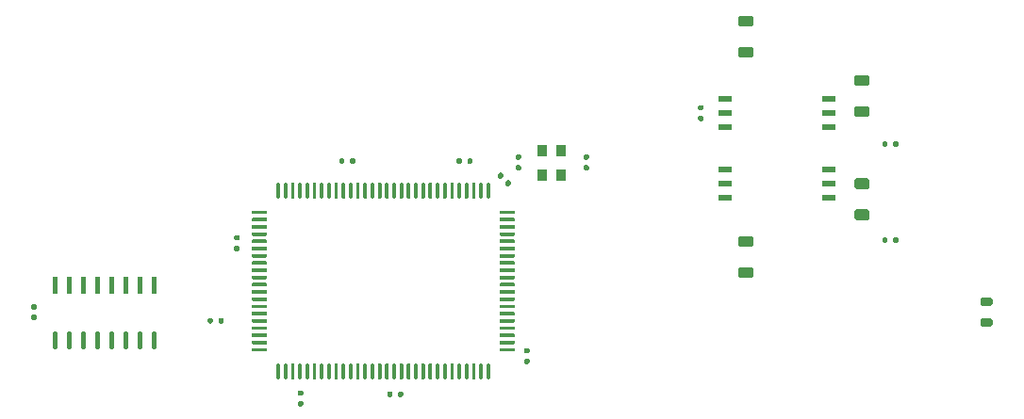
<source format=gtp>
%TF.GenerationSoftware,KiCad,Pcbnew,5.1.6*%
%TF.CreationDate,2020-08-16T22:16:08+02:00*%
%TF.ProjectId,RC2014-Ethernet,52433230-3134-42d4-9574-6865726e6574,rev?*%
%TF.SameCoordinates,Original*%
%TF.FileFunction,Paste,Top*%
%TF.FilePolarity,Positive*%
%FSLAX46Y46*%
G04 Gerber Fmt 4.6, Leading zero omitted, Abs format (unit mm)*
G04 Created by KiCad (PCBNEW 5.1.6) date 2020-08-16 22:16:08*
%MOMM*%
%LPD*%
G01*
G04 APERTURE LIST*
%ADD10R,1.200000X0.480000*%
%ADD11R,0.960000X1.120000*%
G04 APERTURE END LIST*
D10*
%TO.C,T1*%
X117426000Y-35055000D03*
X117426000Y-36325000D03*
X117426000Y-37595000D03*
X117426000Y-41405000D03*
X117426000Y-42675000D03*
X117426000Y-43945000D03*
X108126000Y-43945000D03*
X108126000Y-42675000D03*
X108126000Y-41405000D03*
X108126000Y-37595000D03*
X108126000Y-36325000D03*
X108126000Y-35055000D03*
%TD*%
%TO.C,FB3*%
G36*
G01*
X131207000Y-54776500D02*
X131937000Y-54776500D01*
G75*
G02*
X132132000Y-54971500I0J-195000D01*
G01*
X132132000Y-55361500D01*
G75*
G02*
X131937000Y-55556500I-195000J0D01*
G01*
X131207000Y-55556500D01*
G75*
G02*
X131012000Y-55361500I0J195000D01*
G01*
X131012000Y-54971500D01*
G75*
G02*
X131207000Y-54776500I195000J0D01*
G01*
G37*
G36*
G01*
X131207000Y-52901500D02*
X131937000Y-52901500D01*
G75*
G02*
X132132000Y-53096500I0J-195000D01*
G01*
X132132000Y-53486500D01*
G75*
G02*
X131937000Y-53681500I-195000J0D01*
G01*
X131207000Y-53681500D01*
G75*
G02*
X131012000Y-53486500I0J195000D01*
G01*
X131012000Y-53096500D01*
G75*
G02*
X131207000Y-52901500I195000J0D01*
G01*
G37*
%TD*%
%TO.C,U2*%
G36*
G01*
X48062500Y-52596000D02*
X47822500Y-52596000D01*
G75*
G02*
X47702500Y-52476000I0J120000D01*
G01*
X47702500Y-51156000D01*
G75*
G02*
X47822500Y-51036000I120000J0D01*
G01*
X48062500Y-51036000D01*
G75*
G02*
X48182500Y-51156000I0J-120000D01*
G01*
X48182500Y-52476000D01*
G75*
G02*
X48062500Y-52596000I-120000J0D01*
G01*
G37*
G36*
G01*
X49332500Y-52596000D02*
X49092500Y-52596000D01*
G75*
G02*
X48972500Y-52476000I0J120000D01*
G01*
X48972500Y-51156000D01*
G75*
G02*
X49092500Y-51036000I120000J0D01*
G01*
X49332500Y-51036000D01*
G75*
G02*
X49452500Y-51156000I0J-120000D01*
G01*
X49452500Y-52476000D01*
G75*
G02*
X49332500Y-52596000I-120000J0D01*
G01*
G37*
G36*
G01*
X50602500Y-52596000D02*
X50362500Y-52596000D01*
G75*
G02*
X50242500Y-52476000I0J120000D01*
G01*
X50242500Y-51156000D01*
G75*
G02*
X50362500Y-51036000I120000J0D01*
G01*
X50602500Y-51036000D01*
G75*
G02*
X50722500Y-51156000I0J-120000D01*
G01*
X50722500Y-52476000D01*
G75*
G02*
X50602500Y-52596000I-120000J0D01*
G01*
G37*
G36*
G01*
X51872500Y-52596000D02*
X51632500Y-52596000D01*
G75*
G02*
X51512500Y-52476000I0J120000D01*
G01*
X51512500Y-51156000D01*
G75*
G02*
X51632500Y-51036000I120000J0D01*
G01*
X51872500Y-51036000D01*
G75*
G02*
X51992500Y-51156000I0J-120000D01*
G01*
X51992500Y-52476000D01*
G75*
G02*
X51872500Y-52596000I-120000J0D01*
G01*
G37*
G36*
G01*
X53142500Y-52596000D02*
X52902500Y-52596000D01*
G75*
G02*
X52782500Y-52476000I0J120000D01*
G01*
X52782500Y-51156000D01*
G75*
G02*
X52902500Y-51036000I120000J0D01*
G01*
X53142500Y-51036000D01*
G75*
G02*
X53262500Y-51156000I0J-120000D01*
G01*
X53262500Y-52476000D01*
G75*
G02*
X53142500Y-52596000I-120000J0D01*
G01*
G37*
G36*
G01*
X54412500Y-52596000D02*
X54172500Y-52596000D01*
G75*
G02*
X54052500Y-52476000I0J120000D01*
G01*
X54052500Y-51156000D01*
G75*
G02*
X54172500Y-51036000I120000J0D01*
G01*
X54412500Y-51036000D01*
G75*
G02*
X54532500Y-51156000I0J-120000D01*
G01*
X54532500Y-52476000D01*
G75*
G02*
X54412500Y-52596000I-120000J0D01*
G01*
G37*
G36*
G01*
X55682500Y-52596000D02*
X55442500Y-52596000D01*
G75*
G02*
X55322500Y-52476000I0J120000D01*
G01*
X55322500Y-51156000D01*
G75*
G02*
X55442500Y-51036000I120000J0D01*
G01*
X55682500Y-51036000D01*
G75*
G02*
X55802500Y-51156000I0J-120000D01*
G01*
X55802500Y-52476000D01*
G75*
G02*
X55682500Y-52596000I-120000J0D01*
G01*
G37*
G36*
G01*
X56952500Y-52596000D02*
X56712500Y-52596000D01*
G75*
G02*
X56592500Y-52476000I0J120000D01*
G01*
X56592500Y-51156000D01*
G75*
G02*
X56712500Y-51036000I120000J0D01*
G01*
X56952500Y-51036000D01*
G75*
G02*
X57072500Y-51156000I0J-120000D01*
G01*
X57072500Y-52476000D01*
G75*
G02*
X56952500Y-52596000I-120000J0D01*
G01*
G37*
G36*
G01*
X56952500Y-57546000D02*
X56712500Y-57546000D01*
G75*
G02*
X56592500Y-57426000I0J120000D01*
G01*
X56592500Y-56106000D01*
G75*
G02*
X56712500Y-55986000I120000J0D01*
G01*
X56952500Y-55986000D01*
G75*
G02*
X57072500Y-56106000I0J-120000D01*
G01*
X57072500Y-57426000D01*
G75*
G02*
X56952500Y-57546000I-120000J0D01*
G01*
G37*
G36*
G01*
X55682500Y-57546000D02*
X55442500Y-57546000D01*
G75*
G02*
X55322500Y-57426000I0J120000D01*
G01*
X55322500Y-56106000D01*
G75*
G02*
X55442500Y-55986000I120000J0D01*
G01*
X55682500Y-55986000D01*
G75*
G02*
X55802500Y-56106000I0J-120000D01*
G01*
X55802500Y-57426000D01*
G75*
G02*
X55682500Y-57546000I-120000J0D01*
G01*
G37*
G36*
G01*
X54412500Y-57546000D02*
X54172500Y-57546000D01*
G75*
G02*
X54052500Y-57426000I0J120000D01*
G01*
X54052500Y-56106000D01*
G75*
G02*
X54172500Y-55986000I120000J0D01*
G01*
X54412500Y-55986000D01*
G75*
G02*
X54532500Y-56106000I0J-120000D01*
G01*
X54532500Y-57426000D01*
G75*
G02*
X54412500Y-57546000I-120000J0D01*
G01*
G37*
G36*
G01*
X53142500Y-57546000D02*
X52902500Y-57546000D01*
G75*
G02*
X52782500Y-57426000I0J120000D01*
G01*
X52782500Y-56106000D01*
G75*
G02*
X52902500Y-55986000I120000J0D01*
G01*
X53142500Y-55986000D01*
G75*
G02*
X53262500Y-56106000I0J-120000D01*
G01*
X53262500Y-57426000D01*
G75*
G02*
X53142500Y-57546000I-120000J0D01*
G01*
G37*
G36*
G01*
X51872500Y-57546000D02*
X51632500Y-57546000D01*
G75*
G02*
X51512500Y-57426000I0J120000D01*
G01*
X51512500Y-56106000D01*
G75*
G02*
X51632500Y-55986000I120000J0D01*
G01*
X51872500Y-55986000D01*
G75*
G02*
X51992500Y-56106000I0J-120000D01*
G01*
X51992500Y-57426000D01*
G75*
G02*
X51872500Y-57546000I-120000J0D01*
G01*
G37*
G36*
G01*
X50602500Y-57546000D02*
X50362500Y-57546000D01*
G75*
G02*
X50242500Y-57426000I0J120000D01*
G01*
X50242500Y-56106000D01*
G75*
G02*
X50362500Y-55986000I120000J0D01*
G01*
X50602500Y-55986000D01*
G75*
G02*
X50722500Y-56106000I0J-120000D01*
G01*
X50722500Y-57426000D01*
G75*
G02*
X50602500Y-57546000I-120000J0D01*
G01*
G37*
G36*
G01*
X49332500Y-57546000D02*
X49092500Y-57546000D01*
G75*
G02*
X48972500Y-57426000I0J120000D01*
G01*
X48972500Y-56106000D01*
G75*
G02*
X49092500Y-55986000I120000J0D01*
G01*
X49332500Y-55986000D01*
G75*
G02*
X49452500Y-56106000I0J-120000D01*
G01*
X49452500Y-57426000D01*
G75*
G02*
X49332500Y-57546000I-120000J0D01*
G01*
G37*
G36*
G01*
X48062500Y-57546000D02*
X47822500Y-57546000D01*
G75*
G02*
X47702500Y-57426000I0J120000D01*
G01*
X47702500Y-56106000D01*
G75*
G02*
X47822500Y-55986000I120000J0D01*
G01*
X48062500Y-55986000D01*
G75*
G02*
X48182500Y-56106000I0J-120000D01*
G01*
X48182500Y-57426000D01*
G75*
G02*
X48062500Y-57546000I-120000J0D01*
G01*
G37*
%TD*%
%TO.C,U1*%
G36*
G01*
X66901500Y-57770000D02*
X65661500Y-57770000D01*
G75*
G02*
X65581500Y-57690000I0J80000D01*
G01*
X65581500Y-57530000D01*
G75*
G02*
X65661500Y-57450000I80000J0D01*
G01*
X66901500Y-57450000D01*
G75*
G02*
X66981500Y-57530000I0J-80000D01*
G01*
X66981500Y-57690000D01*
G75*
G02*
X66901500Y-57770000I-80000J0D01*
G01*
G37*
G36*
G01*
X66901500Y-57120000D02*
X65661500Y-57120000D01*
G75*
G02*
X65581500Y-57040000I0J80000D01*
G01*
X65581500Y-56880000D01*
G75*
G02*
X65661500Y-56800000I80000J0D01*
G01*
X66901500Y-56800000D01*
G75*
G02*
X66981500Y-56880000I0J-80000D01*
G01*
X66981500Y-57040000D01*
G75*
G02*
X66901500Y-57120000I-80000J0D01*
G01*
G37*
G36*
G01*
X66901500Y-56470000D02*
X65661500Y-56470000D01*
G75*
G02*
X65581500Y-56390000I0J80000D01*
G01*
X65581500Y-56230000D01*
G75*
G02*
X65661500Y-56150000I80000J0D01*
G01*
X66901500Y-56150000D01*
G75*
G02*
X66981500Y-56230000I0J-80000D01*
G01*
X66981500Y-56390000D01*
G75*
G02*
X66901500Y-56470000I-80000J0D01*
G01*
G37*
G36*
G01*
X66901500Y-55820000D02*
X65661500Y-55820000D01*
G75*
G02*
X65581500Y-55740000I0J80000D01*
G01*
X65581500Y-55580000D01*
G75*
G02*
X65661500Y-55500000I80000J0D01*
G01*
X66901500Y-55500000D01*
G75*
G02*
X66981500Y-55580000I0J-80000D01*
G01*
X66981500Y-55740000D01*
G75*
G02*
X66901500Y-55820000I-80000J0D01*
G01*
G37*
G36*
G01*
X66901500Y-55170000D02*
X65661500Y-55170000D01*
G75*
G02*
X65581500Y-55090000I0J80000D01*
G01*
X65581500Y-54930000D01*
G75*
G02*
X65661500Y-54850000I80000J0D01*
G01*
X66901500Y-54850000D01*
G75*
G02*
X66981500Y-54930000I0J-80000D01*
G01*
X66981500Y-55090000D01*
G75*
G02*
X66901500Y-55170000I-80000J0D01*
G01*
G37*
G36*
G01*
X66901500Y-54520000D02*
X65661500Y-54520000D01*
G75*
G02*
X65581500Y-54440000I0J80000D01*
G01*
X65581500Y-54280000D01*
G75*
G02*
X65661500Y-54200000I80000J0D01*
G01*
X66901500Y-54200000D01*
G75*
G02*
X66981500Y-54280000I0J-80000D01*
G01*
X66981500Y-54440000D01*
G75*
G02*
X66901500Y-54520000I-80000J0D01*
G01*
G37*
G36*
G01*
X66901500Y-53870000D02*
X65661500Y-53870000D01*
G75*
G02*
X65581500Y-53790000I0J80000D01*
G01*
X65581500Y-53630000D01*
G75*
G02*
X65661500Y-53550000I80000J0D01*
G01*
X66901500Y-53550000D01*
G75*
G02*
X66981500Y-53630000I0J-80000D01*
G01*
X66981500Y-53790000D01*
G75*
G02*
X66901500Y-53870000I-80000J0D01*
G01*
G37*
G36*
G01*
X66901500Y-53220000D02*
X65661500Y-53220000D01*
G75*
G02*
X65581500Y-53140000I0J80000D01*
G01*
X65581500Y-52980000D01*
G75*
G02*
X65661500Y-52900000I80000J0D01*
G01*
X66901500Y-52900000D01*
G75*
G02*
X66981500Y-52980000I0J-80000D01*
G01*
X66981500Y-53140000D01*
G75*
G02*
X66901500Y-53220000I-80000J0D01*
G01*
G37*
G36*
G01*
X66901500Y-52570000D02*
X65661500Y-52570000D01*
G75*
G02*
X65581500Y-52490000I0J80000D01*
G01*
X65581500Y-52330000D01*
G75*
G02*
X65661500Y-52250000I80000J0D01*
G01*
X66901500Y-52250000D01*
G75*
G02*
X66981500Y-52330000I0J-80000D01*
G01*
X66981500Y-52490000D01*
G75*
G02*
X66901500Y-52570000I-80000J0D01*
G01*
G37*
G36*
G01*
X66901500Y-51920000D02*
X65661500Y-51920000D01*
G75*
G02*
X65581500Y-51840000I0J80000D01*
G01*
X65581500Y-51680000D01*
G75*
G02*
X65661500Y-51600000I80000J0D01*
G01*
X66901500Y-51600000D01*
G75*
G02*
X66981500Y-51680000I0J-80000D01*
G01*
X66981500Y-51840000D01*
G75*
G02*
X66901500Y-51920000I-80000J0D01*
G01*
G37*
G36*
G01*
X66901500Y-51270000D02*
X65661500Y-51270000D01*
G75*
G02*
X65581500Y-51190000I0J80000D01*
G01*
X65581500Y-51030000D01*
G75*
G02*
X65661500Y-50950000I80000J0D01*
G01*
X66901500Y-50950000D01*
G75*
G02*
X66981500Y-51030000I0J-80000D01*
G01*
X66981500Y-51190000D01*
G75*
G02*
X66901500Y-51270000I-80000J0D01*
G01*
G37*
G36*
G01*
X66901500Y-50620000D02*
X65661500Y-50620000D01*
G75*
G02*
X65581500Y-50540000I0J80000D01*
G01*
X65581500Y-50380000D01*
G75*
G02*
X65661500Y-50300000I80000J0D01*
G01*
X66901500Y-50300000D01*
G75*
G02*
X66981500Y-50380000I0J-80000D01*
G01*
X66981500Y-50540000D01*
G75*
G02*
X66901500Y-50620000I-80000J0D01*
G01*
G37*
G36*
G01*
X66901500Y-49970000D02*
X65661500Y-49970000D01*
G75*
G02*
X65581500Y-49890000I0J80000D01*
G01*
X65581500Y-49730000D01*
G75*
G02*
X65661500Y-49650000I80000J0D01*
G01*
X66901500Y-49650000D01*
G75*
G02*
X66981500Y-49730000I0J-80000D01*
G01*
X66981500Y-49890000D01*
G75*
G02*
X66901500Y-49970000I-80000J0D01*
G01*
G37*
G36*
G01*
X66901500Y-49320000D02*
X65661500Y-49320000D01*
G75*
G02*
X65581500Y-49240000I0J80000D01*
G01*
X65581500Y-49080000D01*
G75*
G02*
X65661500Y-49000000I80000J0D01*
G01*
X66901500Y-49000000D01*
G75*
G02*
X66981500Y-49080000I0J-80000D01*
G01*
X66981500Y-49240000D01*
G75*
G02*
X66901500Y-49320000I-80000J0D01*
G01*
G37*
G36*
G01*
X66901500Y-48670000D02*
X65661500Y-48670000D01*
G75*
G02*
X65581500Y-48590000I0J80000D01*
G01*
X65581500Y-48430000D01*
G75*
G02*
X65661500Y-48350000I80000J0D01*
G01*
X66901500Y-48350000D01*
G75*
G02*
X66981500Y-48430000I0J-80000D01*
G01*
X66981500Y-48590000D01*
G75*
G02*
X66901500Y-48670000I-80000J0D01*
G01*
G37*
G36*
G01*
X66901500Y-48020000D02*
X65661500Y-48020000D01*
G75*
G02*
X65581500Y-47940000I0J80000D01*
G01*
X65581500Y-47780000D01*
G75*
G02*
X65661500Y-47700000I80000J0D01*
G01*
X66901500Y-47700000D01*
G75*
G02*
X66981500Y-47780000I0J-80000D01*
G01*
X66981500Y-47940000D01*
G75*
G02*
X66901500Y-48020000I-80000J0D01*
G01*
G37*
G36*
G01*
X66901500Y-47370000D02*
X65661500Y-47370000D01*
G75*
G02*
X65581500Y-47290000I0J80000D01*
G01*
X65581500Y-47130000D01*
G75*
G02*
X65661500Y-47050000I80000J0D01*
G01*
X66901500Y-47050000D01*
G75*
G02*
X66981500Y-47130000I0J-80000D01*
G01*
X66981500Y-47290000D01*
G75*
G02*
X66901500Y-47370000I-80000J0D01*
G01*
G37*
G36*
G01*
X66901500Y-46720000D02*
X65661500Y-46720000D01*
G75*
G02*
X65581500Y-46640000I0J80000D01*
G01*
X65581500Y-46480000D01*
G75*
G02*
X65661500Y-46400000I80000J0D01*
G01*
X66901500Y-46400000D01*
G75*
G02*
X66981500Y-46480000I0J-80000D01*
G01*
X66981500Y-46640000D01*
G75*
G02*
X66901500Y-46720000I-80000J0D01*
G01*
G37*
G36*
G01*
X66901500Y-46070000D02*
X65661500Y-46070000D01*
G75*
G02*
X65581500Y-45990000I0J80000D01*
G01*
X65581500Y-45830000D01*
G75*
G02*
X65661500Y-45750000I80000J0D01*
G01*
X66901500Y-45750000D01*
G75*
G02*
X66981500Y-45830000I0J-80000D01*
G01*
X66981500Y-45990000D01*
G75*
G02*
X66901500Y-46070000I-80000J0D01*
G01*
G37*
G36*
G01*
X66901500Y-45420000D02*
X65661500Y-45420000D01*
G75*
G02*
X65581500Y-45340000I0J80000D01*
G01*
X65581500Y-45180000D01*
G75*
G02*
X65661500Y-45100000I80000J0D01*
G01*
X66901500Y-45100000D01*
G75*
G02*
X66981500Y-45180000I0J-80000D01*
G01*
X66981500Y-45340000D01*
G75*
G02*
X66901500Y-45420000I-80000J0D01*
G01*
G37*
G36*
G01*
X68061500Y-44010000D02*
X67901500Y-44010000D01*
G75*
G02*
X67821500Y-43930000I0J80000D01*
G01*
X67821500Y-42690000D01*
G75*
G02*
X67901500Y-42610000I80000J0D01*
G01*
X68061500Y-42610000D01*
G75*
G02*
X68141500Y-42690000I0J-80000D01*
G01*
X68141500Y-43930000D01*
G75*
G02*
X68061500Y-44010000I-80000J0D01*
G01*
G37*
G36*
G01*
X68711500Y-44010000D02*
X68551500Y-44010000D01*
G75*
G02*
X68471500Y-43930000I0J80000D01*
G01*
X68471500Y-42690000D01*
G75*
G02*
X68551500Y-42610000I80000J0D01*
G01*
X68711500Y-42610000D01*
G75*
G02*
X68791500Y-42690000I0J-80000D01*
G01*
X68791500Y-43930000D01*
G75*
G02*
X68711500Y-44010000I-80000J0D01*
G01*
G37*
G36*
G01*
X69361500Y-44010000D02*
X69201500Y-44010000D01*
G75*
G02*
X69121500Y-43930000I0J80000D01*
G01*
X69121500Y-42690000D01*
G75*
G02*
X69201500Y-42610000I80000J0D01*
G01*
X69361500Y-42610000D01*
G75*
G02*
X69441500Y-42690000I0J-80000D01*
G01*
X69441500Y-43930000D01*
G75*
G02*
X69361500Y-44010000I-80000J0D01*
G01*
G37*
G36*
G01*
X70011500Y-44010000D02*
X69851500Y-44010000D01*
G75*
G02*
X69771500Y-43930000I0J80000D01*
G01*
X69771500Y-42690000D01*
G75*
G02*
X69851500Y-42610000I80000J0D01*
G01*
X70011500Y-42610000D01*
G75*
G02*
X70091500Y-42690000I0J-80000D01*
G01*
X70091500Y-43930000D01*
G75*
G02*
X70011500Y-44010000I-80000J0D01*
G01*
G37*
G36*
G01*
X70661500Y-44010000D02*
X70501500Y-44010000D01*
G75*
G02*
X70421500Y-43930000I0J80000D01*
G01*
X70421500Y-42690000D01*
G75*
G02*
X70501500Y-42610000I80000J0D01*
G01*
X70661500Y-42610000D01*
G75*
G02*
X70741500Y-42690000I0J-80000D01*
G01*
X70741500Y-43930000D01*
G75*
G02*
X70661500Y-44010000I-80000J0D01*
G01*
G37*
G36*
G01*
X71311500Y-44010000D02*
X71151500Y-44010000D01*
G75*
G02*
X71071500Y-43930000I0J80000D01*
G01*
X71071500Y-42690000D01*
G75*
G02*
X71151500Y-42610000I80000J0D01*
G01*
X71311500Y-42610000D01*
G75*
G02*
X71391500Y-42690000I0J-80000D01*
G01*
X71391500Y-43930000D01*
G75*
G02*
X71311500Y-44010000I-80000J0D01*
G01*
G37*
G36*
G01*
X71961500Y-44010000D02*
X71801500Y-44010000D01*
G75*
G02*
X71721500Y-43930000I0J80000D01*
G01*
X71721500Y-42690000D01*
G75*
G02*
X71801500Y-42610000I80000J0D01*
G01*
X71961500Y-42610000D01*
G75*
G02*
X72041500Y-42690000I0J-80000D01*
G01*
X72041500Y-43930000D01*
G75*
G02*
X71961500Y-44010000I-80000J0D01*
G01*
G37*
G36*
G01*
X72611500Y-44010000D02*
X72451500Y-44010000D01*
G75*
G02*
X72371500Y-43930000I0J80000D01*
G01*
X72371500Y-42690000D01*
G75*
G02*
X72451500Y-42610000I80000J0D01*
G01*
X72611500Y-42610000D01*
G75*
G02*
X72691500Y-42690000I0J-80000D01*
G01*
X72691500Y-43930000D01*
G75*
G02*
X72611500Y-44010000I-80000J0D01*
G01*
G37*
G36*
G01*
X73261500Y-44010000D02*
X73101500Y-44010000D01*
G75*
G02*
X73021500Y-43930000I0J80000D01*
G01*
X73021500Y-42690000D01*
G75*
G02*
X73101500Y-42610000I80000J0D01*
G01*
X73261500Y-42610000D01*
G75*
G02*
X73341500Y-42690000I0J-80000D01*
G01*
X73341500Y-43930000D01*
G75*
G02*
X73261500Y-44010000I-80000J0D01*
G01*
G37*
G36*
G01*
X73911500Y-44010000D02*
X73751500Y-44010000D01*
G75*
G02*
X73671500Y-43930000I0J80000D01*
G01*
X73671500Y-42690000D01*
G75*
G02*
X73751500Y-42610000I80000J0D01*
G01*
X73911500Y-42610000D01*
G75*
G02*
X73991500Y-42690000I0J-80000D01*
G01*
X73991500Y-43930000D01*
G75*
G02*
X73911500Y-44010000I-80000J0D01*
G01*
G37*
G36*
G01*
X74561500Y-44010000D02*
X74401500Y-44010000D01*
G75*
G02*
X74321500Y-43930000I0J80000D01*
G01*
X74321500Y-42690000D01*
G75*
G02*
X74401500Y-42610000I80000J0D01*
G01*
X74561500Y-42610000D01*
G75*
G02*
X74641500Y-42690000I0J-80000D01*
G01*
X74641500Y-43930000D01*
G75*
G02*
X74561500Y-44010000I-80000J0D01*
G01*
G37*
G36*
G01*
X75211500Y-44010000D02*
X75051500Y-44010000D01*
G75*
G02*
X74971500Y-43930000I0J80000D01*
G01*
X74971500Y-42690000D01*
G75*
G02*
X75051500Y-42610000I80000J0D01*
G01*
X75211500Y-42610000D01*
G75*
G02*
X75291500Y-42690000I0J-80000D01*
G01*
X75291500Y-43930000D01*
G75*
G02*
X75211500Y-44010000I-80000J0D01*
G01*
G37*
G36*
G01*
X75861500Y-44010000D02*
X75701500Y-44010000D01*
G75*
G02*
X75621500Y-43930000I0J80000D01*
G01*
X75621500Y-42690000D01*
G75*
G02*
X75701500Y-42610000I80000J0D01*
G01*
X75861500Y-42610000D01*
G75*
G02*
X75941500Y-42690000I0J-80000D01*
G01*
X75941500Y-43930000D01*
G75*
G02*
X75861500Y-44010000I-80000J0D01*
G01*
G37*
G36*
G01*
X76511500Y-44010000D02*
X76351500Y-44010000D01*
G75*
G02*
X76271500Y-43930000I0J80000D01*
G01*
X76271500Y-42690000D01*
G75*
G02*
X76351500Y-42610000I80000J0D01*
G01*
X76511500Y-42610000D01*
G75*
G02*
X76591500Y-42690000I0J-80000D01*
G01*
X76591500Y-43930000D01*
G75*
G02*
X76511500Y-44010000I-80000J0D01*
G01*
G37*
G36*
G01*
X77161500Y-44010000D02*
X77001500Y-44010000D01*
G75*
G02*
X76921500Y-43930000I0J80000D01*
G01*
X76921500Y-42690000D01*
G75*
G02*
X77001500Y-42610000I80000J0D01*
G01*
X77161500Y-42610000D01*
G75*
G02*
X77241500Y-42690000I0J-80000D01*
G01*
X77241500Y-43930000D01*
G75*
G02*
X77161500Y-44010000I-80000J0D01*
G01*
G37*
G36*
G01*
X77811500Y-44010000D02*
X77651500Y-44010000D01*
G75*
G02*
X77571500Y-43930000I0J80000D01*
G01*
X77571500Y-42690000D01*
G75*
G02*
X77651500Y-42610000I80000J0D01*
G01*
X77811500Y-42610000D01*
G75*
G02*
X77891500Y-42690000I0J-80000D01*
G01*
X77891500Y-43930000D01*
G75*
G02*
X77811500Y-44010000I-80000J0D01*
G01*
G37*
G36*
G01*
X78461500Y-44010000D02*
X78301500Y-44010000D01*
G75*
G02*
X78221500Y-43930000I0J80000D01*
G01*
X78221500Y-42690000D01*
G75*
G02*
X78301500Y-42610000I80000J0D01*
G01*
X78461500Y-42610000D01*
G75*
G02*
X78541500Y-42690000I0J-80000D01*
G01*
X78541500Y-43930000D01*
G75*
G02*
X78461500Y-44010000I-80000J0D01*
G01*
G37*
G36*
G01*
X79111500Y-44010000D02*
X78951500Y-44010000D01*
G75*
G02*
X78871500Y-43930000I0J80000D01*
G01*
X78871500Y-42690000D01*
G75*
G02*
X78951500Y-42610000I80000J0D01*
G01*
X79111500Y-42610000D01*
G75*
G02*
X79191500Y-42690000I0J-80000D01*
G01*
X79191500Y-43930000D01*
G75*
G02*
X79111500Y-44010000I-80000J0D01*
G01*
G37*
G36*
G01*
X79761500Y-44010000D02*
X79601500Y-44010000D01*
G75*
G02*
X79521500Y-43930000I0J80000D01*
G01*
X79521500Y-42690000D01*
G75*
G02*
X79601500Y-42610000I80000J0D01*
G01*
X79761500Y-42610000D01*
G75*
G02*
X79841500Y-42690000I0J-80000D01*
G01*
X79841500Y-43930000D01*
G75*
G02*
X79761500Y-44010000I-80000J0D01*
G01*
G37*
G36*
G01*
X80411500Y-44010000D02*
X80251500Y-44010000D01*
G75*
G02*
X80171500Y-43930000I0J80000D01*
G01*
X80171500Y-42690000D01*
G75*
G02*
X80251500Y-42610000I80000J0D01*
G01*
X80411500Y-42610000D01*
G75*
G02*
X80491500Y-42690000I0J-80000D01*
G01*
X80491500Y-43930000D01*
G75*
G02*
X80411500Y-44010000I-80000J0D01*
G01*
G37*
G36*
G01*
X81061500Y-44010000D02*
X80901500Y-44010000D01*
G75*
G02*
X80821500Y-43930000I0J80000D01*
G01*
X80821500Y-42690000D01*
G75*
G02*
X80901500Y-42610000I80000J0D01*
G01*
X81061500Y-42610000D01*
G75*
G02*
X81141500Y-42690000I0J-80000D01*
G01*
X81141500Y-43930000D01*
G75*
G02*
X81061500Y-44010000I-80000J0D01*
G01*
G37*
G36*
G01*
X81711500Y-44010000D02*
X81551500Y-44010000D01*
G75*
G02*
X81471500Y-43930000I0J80000D01*
G01*
X81471500Y-42690000D01*
G75*
G02*
X81551500Y-42610000I80000J0D01*
G01*
X81711500Y-42610000D01*
G75*
G02*
X81791500Y-42690000I0J-80000D01*
G01*
X81791500Y-43930000D01*
G75*
G02*
X81711500Y-44010000I-80000J0D01*
G01*
G37*
G36*
G01*
X82361500Y-44010000D02*
X82201500Y-44010000D01*
G75*
G02*
X82121500Y-43930000I0J80000D01*
G01*
X82121500Y-42690000D01*
G75*
G02*
X82201500Y-42610000I80000J0D01*
G01*
X82361500Y-42610000D01*
G75*
G02*
X82441500Y-42690000I0J-80000D01*
G01*
X82441500Y-43930000D01*
G75*
G02*
X82361500Y-44010000I-80000J0D01*
G01*
G37*
G36*
G01*
X83011500Y-44010000D02*
X82851500Y-44010000D01*
G75*
G02*
X82771500Y-43930000I0J80000D01*
G01*
X82771500Y-42690000D01*
G75*
G02*
X82851500Y-42610000I80000J0D01*
G01*
X83011500Y-42610000D01*
G75*
G02*
X83091500Y-42690000I0J-80000D01*
G01*
X83091500Y-43930000D01*
G75*
G02*
X83011500Y-44010000I-80000J0D01*
G01*
G37*
G36*
G01*
X83661500Y-44010000D02*
X83501500Y-44010000D01*
G75*
G02*
X83421500Y-43930000I0J80000D01*
G01*
X83421500Y-42690000D01*
G75*
G02*
X83501500Y-42610000I80000J0D01*
G01*
X83661500Y-42610000D01*
G75*
G02*
X83741500Y-42690000I0J-80000D01*
G01*
X83741500Y-43930000D01*
G75*
G02*
X83661500Y-44010000I-80000J0D01*
G01*
G37*
G36*
G01*
X84311500Y-44010000D02*
X84151500Y-44010000D01*
G75*
G02*
X84071500Y-43930000I0J80000D01*
G01*
X84071500Y-42690000D01*
G75*
G02*
X84151500Y-42610000I80000J0D01*
G01*
X84311500Y-42610000D01*
G75*
G02*
X84391500Y-42690000I0J-80000D01*
G01*
X84391500Y-43930000D01*
G75*
G02*
X84311500Y-44010000I-80000J0D01*
G01*
G37*
G36*
G01*
X84961500Y-44010000D02*
X84801500Y-44010000D01*
G75*
G02*
X84721500Y-43930000I0J80000D01*
G01*
X84721500Y-42690000D01*
G75*
G02*
X84801500Y-42610000I80000J0D01*
G01*
X84961500Y-42610000D01*
G75*
G02*
X85041500Y-42690000I0J-80000D01*
G01*
X85041500Y-43930000D01*
G75*
G02*
X84961500Y-44010000I-80000J0D01*
G01*
G37*
G36*
G01*
X85611500Y-44010000D02*
X85451500Y-44010000D01*
G75*
G02*
X85371500Y-43930000I0J80000D01*
G01*
X85371500Y-42690000D01*
G75*
G02*
X85451500Y-42610000I80000J0D01*
G01*
X85611500Y-42610000D01*
G75*
G02*
X85691500Y-42690000I0J-80000D01*
G01*
X85691500Y-43930000D01*
G75*
G02*
X85611500Y-44010000I-80000J0D01*
G01*
G37*
G36*
G01*
X86261500Y-44010000D02*
X86101500Y-44010000D01*
G75*
G02*
X86021500Y-43930000I0J80000D01*
G01*
X86021500Y-42690000D01*
G75*
G02*
X86101500Y-42610000I80000J0D01*
G01*
X86261500Y-42610000D01*
G75*
G02*
X86341500Y-42690000I0J-80000D01*
G01*
X86341500Y-43930000D01*
G75*
G02*
X86261500Y-44010000I-80000J0D01*
G01*
G37*
G36*
G01*
X86911500Y-44010000D02*
X86751500Y-44010000D01*
G75*
G02*
X86671500Y-43930000I0J80000D01*
G01*
X86671500Y-42690000D01*
G75*
G02*
X86751500Y-42610000I80000J0D01*
G01*
X86911500Y-42610000D01*
G75*
G02*
X86991500Y-42690000I0J-80000D01*
G01*
X86991500Y-43930000D01*
G75*
G02*
X86911500Y-44010000I-80000J0D01*
G01*
G37*
G36*
G01*
X89151500Y-45420000D02*
X87911500Y-45420000D01*
G75*
G02*
X87831500Y-45340000I0J80000D01*
G01*
X87831500Y-45180000D01*
G75*
G02*
X87911500Y-45100000I80000J0D01*
G01*
X89151500Y-45100000D01*
G75*
G02*
X89231500Y-45180000I0J-80000D01*
G01*
X89231500Y-45340000D01*
G75*
G02*
X89151500Y-45420000I-80000J0D01*
G01*
G37*
G36*
G01*
X89151500Y-46070000D02*
X87911500Y-46070000D01*
G75*
G02*
X87831500Y-45990000I0J80000D01*
G01*
X87831500Y-45830000D01*
G75*
G02*
X87911500Y-45750000I80000J0D01*
G01*
X89151500Y-45750000D01*
G75*
G02*
X89231500Y-45830000I0J-80000D01*
G01*
X89231500Y-45990000D01*
G75*
G02*
X89151500Y-46070000I-80000J0D01*
G01*
G37*
G36*
G01*
X89151500Y-46720000D02*
X87911500Y-46720000D01*
G75*
G02*
X87831500Y-46640000I0J80000D01*
G01*
X87831500Y-46480000D01*
G75*
G02*
X87911500Y-46400000I80000J0D01*
G01*
X89151500Y-46400000D01*
G75*
G02*
X89231500Y-46480000I0J-80000D01*
G01*
X89231500Y-46640000D01*
G75*
G02*
X89151500Y-46720000I-80000J0D01*
G01*
G37*
G36*
G01*
X89151500Y-47370000D02*
X87911500Y-47370000D01*
G75*
G02*
X87831500Y-47290000I0J80000D01*
G01*
X87831500Y-47130000D01*
G75*
G02*
X87911500Y-47050000I80000J0D01*
G01*
X89151500Y-47050000D01*
G75*
G02*
X89231500Y-47130000I0J-80000D01*
G01*
X89231500Y-47290000D01*
G75*
G02*
X89151500Y-47370000I-80000J0D01*
G01*
G37*
G36*
G01*
X89151500Y-48020000D02*
X87911500Y-48020000D01*
G75*
G02*
X87831500Y-47940000I0J80000D01*
G01*
X87831500Y-47780000D01*
G75*
G02*
X87911500Y-47700000I80000J0D01*
G01*
X89151500Y-47700000D01*
G75*
G02*
X89231500Y-47780000I0J-80000D01*
G01*
X89231500Y-47940000D01*
G75*
G02*
X89151500Y-48020000I-80000J0D01*
G01*
G37*
G36*
G01*
X89151500Y-48670000D02*
X87911500Y-48670000D01*
G75*
G02*
X87831500Y-48590000I0J80000D01*
G01*
X87831500Y-48430000D01*
G75*
G02*
X87911500Y-48350000I80000J0D01*
G01*
X89151500Y-48350000D01*
G75*
G02*
X89231500Y-48430000I0J-80000D01*
G01*
X89231500Y-48590000D01*
G75*
G02*
X89151500Y-48670000I-80000J0D01*
G01*
G37*
G36*
G01*
X89151500Y-49320000D02*
X87911500Y-49320000D01*
G75*
G02*
X87831500Y-49240000I0J80000D01*
G01*
X87831500Y-49080000D01*
G75*
G02*
X87911500Y-49000000I80000J0D01*
G01*
X89151500Y-49000000D01*
G75*
G02*
X89231500Y-49080000I0J-80000D01*
G01*
X89231500Y-49240000D01*
G75*
G02*
X89151500Y-49320000I-80000J0D01*
G01*
G37*
G36*
G01*
X89151500Y-49970000D02*
X87911500Y-49970000D01*
G75*
G02*
X87831500Y-49890000I0J80000D01*
G01*
X87831500Y-49730000D01*
G75*
G02*
X87911500Y-49650000I80000J0D01*
G01*
X89151500Y-49650000D01*
G75*
G02*
X89231500Y-49730000I0J-80000D01*
G01*
X89231500Y-49890000D01*
G75*
G02*
X89151500Y-49970000I-80000J0D01*
G01*
G37*
G36*
G01*
X89151500Y-50620000D02*
X87911500Y-50620000D01*
G75*
G02*
X87831500Y-50540000I0J80000D01*
G01*
X87831500Y-50380000D01*
G75*
G02*
X87911500Y-50300000I80000J0D01*
G01*
X89151500Y-50300000D01*
G75*
G02*
X89231500Y-50380000I0J-80000D01*
G01*
X89231500Y-50540000D01*
G75*
G02*
X89151500Y-50620000I-80000J0D01*
G01*
G37*
G36*
G01*
X89151500Y-51270000D02*
X87911500Y-51270000D01*
G75*
G02*
X87831500Y-51190000I0J80000D01*
G01*
X87831500Y-51030000D01*
G75*
G02*
X87911500Y-50950000I80000J0D01*
G01*
X89151500Y-50950000D01*
G75*
G02*
X89231500Y-51030000I0J-80000D01*
G01*
X89231500Y-51190000D01*
G75*
G02*
X89151500Y-51270000I-80000J0D01*
G01*
G37*
G36*
G01*
X89151500Y-51920000D02*
X87911500Y-51920000D01*
G75*
G02*
X87831500Y-51840000I0J80000D01*
G01*
X87831500Y-51680000D01*
G75*
G02*
X87911500Y-51600000I80000J0D01*
G01*
X89151500Y-51600000D01*
G75*
G02*
X89231500Y-51680000I0J-80000D01*
G01*
X89231500Y-51840000D01*
G75*
G02*
X89151500Y-51920000I-80000J0D01*
G01*
G37*
G36*
G01*
X89151500Y-52570000D02*
X87911500Y-52570000D01*
G75*
G02*
X87831500Y-52490000I0J80000D01*
G01*
X87831500Y-52330000D01*
G75*
G02*
X87911500Y-52250000I80000J0D01*
G01*
X89151500Y-52250000D01*
G75*
G02*
X89231500Y-52330000I0J-80000D01*
G01*
X89231500Y-52490000D01*
G75*
G02*
X89151500Y-52570000I-80000J0D01*
G01*
G37*
G36*
G01*
X89151500Y-53220000D02*
X87911500Y-53220000D01*
G75*
G02*
X87831500Y-53140000I0J80000D01*
G01*
X87831500Y-52980000D01*
G75*
G02*
X87911500Y-52900000I80000J0D01*
G01*
X89151500Y-52900000D01*
G75*
G02*
X89231500Y-52980000I0J-80000D01*
G01*
X89231500Y-53140000D01*
G75*
G02*
X89151500Y-53220000I-80000J0D01*
G01*
G37*
G36*
G01*
X89151500Y-53870000D02*
X87911500Y-53870000D01*
G75*
G02*
X87831500Y-53790000I0J80000D01*
G01*
X87831500Y-53630000D01*
G75*
G02*
X87911500Y-53550000I80000J0D01*
G01*
X89151500Y-53550000D01*
G75*
G02*
X89231500Y-53630000I0J-80000D01*
G01*
X89231500Y-53790000D01*
G75*
G02*
X89151500Y-53870000I-80000J0D01*
G01*
G37*
G36*
G01*
X89151500Y-54520000D02*
X87911500Y-54520000D01*
G75*
G02*
X87831500Y-54440000I0J80000D01*
G01*
X87831500Y-54280000D01*
G75*
G02*
X87911500Y-54200000I80000J0D01*
G01*
X89151500Y-54200000D01*
G75*
G02*
X89231500Y-54280000I0J-80000D01*
G01*
X89231500Y-54440000D01*
G75*
G02*
X89151500Y-54520000I-80000J0D01*
G01*
G37*
G36*
G01*
X89151500Y-55170000D02*
X87911500Y-55170000D01*
G75*
G02*
X87831500Y-55090000I0J80000D01*
G01*
X87831500Y-54930000D01*
G75*
G02*
X87911500Y-54850000I80000J0D01*
G01*
X89151500Y-54850000D01*
G75*
G02*
X89231500Y-54930000I0J-80000D01*
G01*
X89231500Y-55090000D01*
G75*
G02*
X89151500Y-55170000I-80000J0D01*
G01*
G37*
G36*
G01*
X89151500Y-55820000D02*
X87911500Y-55820000D01*
G75*
G02*
X87831500Y-55740000I0J80000D01*
G01*
X87831500Y-55580000D01*
G75*
G02*
X87911500Y-55500000I80000J0D01*
G01*
X89151500Y-55500000D01*
G75*
G02*
X89231500Y-55580000I0J-80000D01*
G01*
X89231500Y-55740000D01*
G75*
G02*
X89151500Y-55820000I-80000J0D01*
G01*
G37*
G36*
G01*
X89151500Y-56470000D02*
X87911500Y-56470000D01*
G75*
G02*
X87831500Y-56390000I0J80000D01*
G01*
X87831500Y-56230000D01*
G75*
G02*
X87911500Y-56150000I80000J0D01*
G01*
X89151500Y-56150000D01*
G75*
G02*
X89231500Y-56230000I0J-80000D01*
G01*
X89231500Y-56390000D01*
G75*
G02*
X89151500Y-56470000I-80000J0D01*
G01*
G37*
G36*
G01*
X89151500Y-57120000D02*
X87911500Y-57120000D01*
G75*
G02*
X87831500Y-57040000I0J80000D01*
G01*
X87831500Y-56880000D01*
G75*
G02*
X87911500Y-56800000I80000J0D01*
G01*
X89151500Y-56800000D01*
G75*
G02*
X89231500Y-56880000I0J-80000D01*
G01*
X89231500Y-57040000D01*
G75*
G02*
X89151500Y-57120000I-80000J0D01*
G01*
G37*
G36*
G01*
X89151500Y-57770000D02*
X87911500Y-57770000D01*
G75*
G02*
X87831500Y-57690000I0J80000D01*
G01*
X87831500Y-57530000D01*
G75*
G02*
X87911500Y-57450000I80000J0D01*
G01*
X89151500Y-57450000D01*
G75*
G02*
X89231500Y-57530000I0J-80000D01*
G01*
X89231500Y-57690000D01*
G75*
G02*
X89151500Y-57770000I-80000J0D01*
G01*
G37*
G36*
G01*
X86911500Y-60260000D02*
X86751500Y-60260000D01*
G75*
G02*
X86671500Y-60180000I0J80000D01*
G01*
X86671500Y-58940000D01*
G75*
G02*
X86751500Y-58860000I80000J0D01*
G01*
X86911500Y-58860000D01*
G75*
G02*
X86991500Y-58940000I0J-80000D01*
G01*
X86991500Y-60180000D01*
G75*
G02*
X86911500Y-60260000I-80000J0D01*
G01*
G37*
G36*
G01*
X86261500Y-60260000D02*
X86101500Y-60260000D01*
G75*
G02*
X86021500Y-60180000I0J80000D01*
G01*
X86021500Y-58940000D01*
G75*
G02*
X86101500Y-58860000I80000J0D01*
G01*
X86261500Y-58860000D01*
G75*
G02*
X86341500Y-58940000I0J-80000D01*
G01*
X86341500Y-60180000D01*
G75*
G02*
X86261500Y-60260000I-80000J0D01*
G01*
G37*
G36*
G01*
X85611500Y-60260000D02*
X85451500Y-60260000D01*
G75*
G02*
X85371500Y-60180000I0J80000D01*
G01*
X85371500Y-58940000D01*
G75*
G02*
X85451500Y-58860000I80000J0D01*
G01*
X85611500Y-58860000D01*
G75*
G02*
X85691500Y-58940000I0J-80000D01*
G01*
X85691500Y-60180000D01*
G75*
G02*
X85611500Y-60260000I-80000J0D01*
G01*
G37*
G36*
G01*
X84961500Y-60260000D02*
X84801500Y-60260000D01*
G75*
G02*
X84721500Y-60180000I0J80000D01*
G01*
X84721500Y-58940000D01*
G75*
G02*
X84801500Y-58860000I80000J0D01*
G01*
X84961500Y-58860000D01*
G75*
G02*
X85041500Y-58940000I0J-80000D01*
G01*
X85041500Y-60180000D01*
G75*
G02*
X84961500Y-60260000I-80000J0D01*
G01*
G37*
G36*
G01*
X84311500Y-60260000D02*
X84151500Y-60260000D01*
G75*
G02*
X84071500Y-60180000I0J80000D01*
G01*
X84071500Y-58940000D01*
G75*
G02*
X84151500Y-58860000I80000J0D01*
G01*
X84311500Y-58860000D01*
G75*
G02*
X84391500Y-58940000I0J-80000D01*
G01*
X84391500Y-60180000D01*
G75*
G02*
X84311500Y-60260000I-80000J0D01*
G01*
G37*
G36*
G01*
X83661500Y-60260000D02*
X83501500Y-60260000D01*
G75*
G02*
X83421500Y-60180000I0J80000D01*
G01*
X83421500Y-58940000D01*
G75*
G02*
X83501500Y-58860000I80000J0D01*
G01*
X83661500Y-58860000D01*
G75*
G02*
X83741500Y-58940000I0J-80000D01*
G01*
X83741500Y-60180000D01*
G75*
G02*
X83661500Y-60260000I-80000J0D01*
G01*
G37*
G36*
G01*
X83011500Y-60260000D02*
X82851500Y-60260000D01*
G75*
G02*
X82771500Y-60180000I0J80000D01*
G01*
X82771500Y-58940000D01*
G75*
G02*
X82851500Y-58860000I80000J0D01*
G01*
X83011500Y-58860000D01*
G75*
G02*
X83091500Y-58940000I0J-80000D01*
G01*
X83091500Y-60180000D01*
G75*
G02*
X83011500Y-60260000I-80000J0D01*
G01*
G37*
G36*
G01*
X82361500Y-60260000D02*
X82201500Y-60260000D01*
G75*
G02*
X82121500Y-60180000I0J80000D01*
G01*
X82121500Y-58940000D01*
G75*
G02*
X82201500Y-58860000I80000J0D01*
G01*
X82361500Y-58860000D01*
G75*
G02*
X82441500Y-58940000I0J-80000D01*
G01*
X82441500Y-60180000D01*
G75*
G02*
X82361500Y-60260000I-80000J0D01*
G01*
G37*
G36*
G01*
X81711500Y-60260000D02*
X81551500Y-60260000D01*
G75*
G02*
X81471500Y-60180000I0J80000D01*
G01*
X81471500Y-58940000D01*
G75*
G02*
X81551500Y-58860000I80000J0D01*
G01*
X81711500Y-58860000D01*
G75*
G02*
X81791500Y-58940000I0J-80000D01*
G01*
X81791500Y-60180000D01*
G75*
G02*
X81711500Y-60260000I-80000J0D01*
G01*
G37*
G36*
G01*
X81061500Y-60260000D02*
X80901500Y-60260000D01*
G75*
G02*
X80821500Y-60180000I0J80000D01*
G01*
X80821500Y-58940000D01*
G75*
G02*
X80901500Y-58860000I80000J0D01*
G01*
X81061500Y-58860000D01*
G75*
G02*
X81141500Y-58940000I0J-80000D01*
G01*
X81141500Y-60180000D01*
G75*
G02*
X81061500Y-60260000I-80000J0D01*
G01*
G37*
G36*
G01*
X80411500Y-60260000D02*
X80251500Y-60260000D01*
G75*
G02*
X80171500Y-60180000I0J80000D01*
G01*
X80171500Y-58940000D01*
G75*
G02*
X80251500Y-58860000I80000J0D01*
G01*
X80411500Y-58860000D01*
G75*
G02*
X80491500Y-58940000I0J-80000D01*
G01*
X80491500Y-60180000D01*
G75*
G02*
X80411500Y-60260000I-80000J0D01*
G01*
G37*
G36*
G01*
X79761500Y-60260000D02*
X79601500Y-60260000D01*
G75*
G02*
X79521500Y-60180000I0J80000D01*
G01*
X79521500Y-58940000D01*
G75*
G02*
X79601500Y-58860000I80000J0D01*
G01*
X79761500Y-58860000D01*
G75*
G02*
X79841500Y-58940000I0J-80000D01*
G01*
X79841500Y-60180000D01*
G75*
G02*
X79761500Y-60260000I-80000J0D01*
G01*
G37*
G36*
G01*
X79111500Y-60260000D02*
X78951500Y-60260000D01*
G75*
G02*
X78871500Y-60180000I0J80000D01*
G01*
X78871500Y-58940000D01*
G75*
G02*
X78951500Y-58860000I80000J0D01*
G01*
X79111500Y-58860000D01*
G75*
G02*
X79191500Y-58940000I0J-80000D01*
G01*
X79191500Y-60180000D01*
G75*
G02*
X79111500Y-60260000I-80000J0D01*
G01*
G37*
G36*
G01*
X78461500Y-60260000D02*
X78301500Y-60260000D01*
G75*
G02*
X78221500Y-60180000I0J80000D01*
G01*
X78221500Y-58940000D01*
G75*
G02*
X78301500Y-58860000I80000J0D01*
G01*
X78461500Y-58860000D01*
G75*
G02*
X78541500Y-58940000I0J-80000D01*
G01*
X78541500Y-60180000D01*
G75*
G02*
X78461500Y-60260000I-80000J0D01*
G01*
G37*
G36*
G01*
X77811500Y-60260000D02*
X77651500Y-60260000D01*
G75*
G02*
X77571500Y-60180000I0J80000D01*
G01*
X77571500Y-58940000D01*
G75*
G02*
X77651500Y-58860000I80000J0D01*
G01*
X77811500Y-58860000D01*
G75*
G02*
X77891500Y-58940000I0J-80000D01*
G01*
X77891500Y-60180000D01*
G75*
G02*
X77811500Y-60260000I-80000J0D01*
G01*
G37*
G36*
G01*
X77161500Y-60260000D02*
X77001500Y-60260000D01*
G75*
G02*
X76921500Y-60180000I0J80000D01*
G01*
X76921500Y-58940000D01*
G75*
G02*
X77001500Y-58860000I80000J0D01*
G01*
X77161500Y-58860000D01*
G75*
G02*
X77241500Y-58940000I0J-80000D01*
G01*
X77241500Y-60180000D01*
G75*
G02*
X77161500Y-60260000I-80000J0D01*
G01*
G37*
G36*
G01*
X76511500Y-60260000D02*
X76351500Y-60260000D01*
G75*
G02*
X76271500Y-60180000I0J80000D01*
G01*
X76271500Y-58940000D01*
G75*
G02*
X76351500Y-58860000I80000J0D01*
G01*
X76511500Y-58860000D01*
G75*
G02*
X76591500Y-58940000I0J-80000D01*
G01*
X76591500Y-60180000D01*
G75*
G02*
X76511500Y-60260000I-80000J0D01*
G01*
G37*
G36*
G01*
X75861500Y-60260000D02*
X75701500Y-60260000D01*
G75*
G02*
X75621500Y-60180000I0J80000D01*
G01*
X75621500Y-58940000D01*
G75*
G02*
X75701500Y-58860000I80000J0D01*
G01*
X75861500Y-58860000D01*
G75*
G02*
X75941500Y-58940000I0J-80000D01*
G01*
X75941500Y-60180000D01*
G75*
G02*
X75861500Y-60260000I-80000J0D01*
G01*
G37*
G36*
G01*
X75211500Y-60260000D02*
X75051500Y-60260000D01*
G75*
G02*
X74971500Y-60180000I0J80000D01*
G01*
X74971500Y-58940000D01*
G75*
G02*
X75051500Y-58860000I80000J0D01*
G01*
X75211500Y-58860000D01*
G75*
G02*
X75291500Y-58940000I0J-80000D01*
G01*
X75291500Y-60180000D01*
G75*
G02*
X75211500Y-60260000I-80000J0D01*
G01*
G37*
G36*
G01*
X74561500Y-60260000D02*
X74401500Y-60260000D01*
G75*
G02*
X74321500Y-60180000I0J80000D01*
G01*
X74321500Y-58940000D01*
G75*
G02*
X74401500Y-58860000I80000J0D01*
G01*
X74561500Y-58860000D01*
G75*
G02*
X74641500Y-58940000I0J-80000D01*
G01*
X74641500Y-60180000D01*
G75*
G02*
X74561500Y-60260000I-80000J0D01*
G01*
G37*
G36*
G01*
X73911500Y-60260000D02*
X73751500Y-60260000D01*
G75*
G02*
X73671500Y-60180000I0J80000D01*
G01*
X73671500Y-58940000D01*
G75*
G02*
X73751500Y-58860000I80000J0D01*
G01*
X73911500Y-58860000D01*
G75*
G02*
X73991500Y-58940000I0J-80000D01*
G01*
X73991500Y-60180000D01*
G75*
G02*
X73911500Y-60260000I-80000J0D01*
G01*
G37*
G36*
G01*
X73261500Y-60260000D02*
X73101500Y-60260000D01*
G75*
G02*
X73021500Y-60180000I0J80000D01*
G01*
X73021500Y-58940000D01*
G75*
G02*
X73101500Y-58860000I80000J0D01*
G01*
X73261500Y-58860000D01*
G75*
G02*
X73341500Y-58940000I0J-80000D01*
G01*
X73341500Y-60180000D01*
G75*
G02*
X73261500Y-60260000I-80000J0D01*
G01*
G37*
G36*
G01*
X72611500Y-60260000D02*
X72451500Y-60260000D01*
G75*
G02*
X72371500Y-60180000I0J80000D01*
G01*
X72371500Y-58940000D01*
G75*
G02*
X72451500Y-58860000I80000J0D01*
G01*
X72611500Y-58860000D01*
G75*
G02*
X72691500Y-58940000I0J-80000D01*
G01*
X72691500Y-60180000D01*
G75*
G02*
X72611500Y-60260000I-80000J0D01*
G01*
G37*
G36*
G01*
X71961500Y-60260000D02*
X71801500Y-60260000D01*
G75*
G02*
X71721500Y-60180000I0J80000D01*
G01*
X71721500Y-58940000D01*
G75*
G02*
X71801500Y-58860000I80000J0D01*
G01*
X71961500Y-58860000D01*
G75*
G02*
X72041500Y-58940000I0J-80000D01*
G01*
X72041500Y-60180000D01*
G75*
G02*
X71961500Y-60260000I-80000J0D01*
G01*
G37*
G36*
G01*
X71311500Y-60260000D02*
X71151500Y-60260000D01*
G75*
G02*
X71071500Y-60180000I0J80000D01*
G01*
X71071500Y-58940000D01*
G75*
G02*
X71151500Y-58860000I80000J0D01*
G01*
X71311500Y-58860000D01*
G75*
G02*
X71391500Y-58940000I0J-80000D01*
G01*
X71391500Y-60180000D01*
G75*
G02*
X71311500Y-60260000I-80000J0D01*
G01*
G37*
G36*
G01*
X70661500Y-60260000D02*
X70501500Y-60260000D01*
G75*
G02*
X70421500Y-60180000I0J80000D01*
G01*
X70421500Y-58940000D01*
G75*
G02*
X70501500Y-58860000I80000J0D01*
G01*
X70661500Y-58860000D01*
G75*
G02*
X70741500Y-58940000I0J-80000D01*
G01*
X70741500Y-60180000D01*
G75*
G02*
X70661500Y-60260000I-80000J0D01*
G01*
G37*
G36*
G01*
X70011500Y-60260000D02*
X69851500Y-60260000D01*
G75*
G02*
X69771500Y-60180000I0J80000D01*
G01*
X69771500Y-58940000D01*
G75*
G02*
X69851500Y-58860000I80000J0D01*
G01*
X70011500Y-58860000D01*
G75*
G02*
X70091500Y-58940000I0J-80000D01*
G01*
X70091500Y-60180000D01*
G75*
G02*
X70011500Y-60260000I-80000J0D01*
G01*
G37*
G36*
G01*
X69361500Y-60260000D02*
X69201500Y-60260000D01*
G75*
G02*
X69121500Y-60180000I0J80000D01*
G01*
X69121500Y-58940000D01*
G75*
G02*
X69201500Y-58860000I80000J0D01*
G01*
X69361500Y-58860000D01*
G75*
G02*
X69441500Y-58940000I0J-80000D01*
G01*
X69441500Y-60180000D01*
G75*
G02*
X69361500Y-60260000I-80000J0D01*
G01*
G37*
G36*
G01*
X68711500Y-60260000D02*
X68551500Y-60260000D01*
G75*
G02*
X68471500Y-60180000I0J80000D01*
G01*
X68471500Y-58940000D01*
G75*
G02*
X68551500Y-58860000I80000J0D01*
G01*
X68711500Y-58860000D01*
G75*
G02*
X68791500Y-58940000I0J-80000D01*
G01*
X68791500Y-60180000D01*
G75*
G02*
X68711500Y-60260000I-80000J0D01*
G01*
G37*
G36*
G01*
X68061500Y-60260000D02*
X67901500Y-60260000D01*
G75*
G02*
X67821500Y-60180000I0J80000D01*
G01*
X67821500Y-58940000D01*
G75*
G02*
X67901500Y-58860000I80000J0D01*
G01*
X68061500Y-58860000D01*
G75*
G02*
X68141500Y-58940000I0J-80000D01*
G01*
X68141500Y-60180000D01*
G75*
G02*
X68061500Y-60260000I-80000J0D01*
G01*
G37*
%TD*%
%TO.C,R7*%
G36*
G01*
X69839000Y-62225000D02*
X70115000Y-62225000D01*
G75*
G02*
X70233000Y-62343000I0J-118000D01*
G01*
X70233000Y-62579000D01*
G75*
G02*
X70115000Y-62697000I-118000J0D01*
G01*
X69839000Y-62697000D01*
G75*
G02*
X69721000Y-62579000I0J118000D01*
G01*
X69721000Y-62343000D01*
G75*
G02*
X69839000Y-62225000I118000J0D01*
G01*
G37*
G36*
G01*
X69839000Y-61255000D02*
X70115000Y-61255000D01*
G75*
G02*
X70233000Y-61373000I0J-118000D01*
G01*
X70233000Y-61609000D01*
G75*
G02*
X70115000Y-61727000I-118000J0D01*
G01*
X69839000Y-61727000D01*
G75*
G02*
X69721000Y-61609000I0J118000D01*
G01*
X69721000Y-61373000D01*
G75*
G02*
X69839000Y-61255000I118000J0D01*
G01*
G37*
%TD*%
%TO.C,C11*%
G36*
G01*
X45899500Y-54478000D02*
X46175500Y-54478000D01*
G75*
G02*
X46293500Y-54596000I0J-118000D01*
G01*
X46293500Y-54832000D01*
G75*
G02*
X46175500Y-54950000I-118000J0D01*
G01*
X45899500Y-54950000D01*
G75*
G02*
X45781500Y-54832000I0J118000D01*
G01*
X45781500Y-54596000D01*
G75*
G02*
X45899500Y-54478000I118000J0D01*
G01*
G37*
G36*
G01*
X45899500Y-53508000D02*
X46175500Y-53508000D01*
G75*
G02*
X46293500Y-53626000I0J-118000D01*
G01*
X46293500Y-53862000D01*
G75*
G02*
X46175500Y-53980000I-118000J0D01*
G01*
X45899500Y-53980000D01*
G75*
G02*
X45781500Y-53862000I0J118000D01*
G01*
X45781500Y-53626000D01*
G75*
G02*
X45899500Y-53508000I118000J0D01*
G01*
G37*
%TD*%
D11*
%TO.C,Y1*%
X93369500Y-39667000D03*
X93369500Y-41867000D03*
X91669500Y-41867000D03*
X91669500Y-39667000D03*
%TD*%
%TO.C,R6*%
G36*
G01*
X123185000Y-39254000D02*
X123185000Y-38978000D01*
G75*
G02*
X123303000Y-38860000I118000J0D01*
G01*
X123539000Y-38860000D01*
G75*
G02*
X123657000Y-38978000I0J-118000D01*
G01*
X123657000Y-39254000D01*
G75*
G02*
X123539000Y-39372000I-118000J0D01*
G01*
X123303000Y-39372000D01*
G75*
G02*
X123185000Y-39254000I0J118000D01*
G01*
G37*
G36*
G01*
X122215000Y-39254000D02*
X122215000Y-38978000D01*
G75*
G02*
X122333000Y-38860000I118000J0D01*
G01*
X122569000Y-38860000D01*
G75*
G02*
X122687000Y-38978000I0J-118000D01*
G01*
X122687000Y-39254000D01*
G75*
G02*
X122569000Y-39372000I-118000J0D01*
G01*
X122333000Y-39372000D01*
G75*
G02*
X122215000Y-39254000I0J118000D01*
G01*
G37*
%TD*%
%TO.C,R5*%
G36*
G01*
X123185000Y-47890000D02*
X123185000Y-47614000D01*
G75*
G02*
X123303000Y-47496000I118000J0D01*
G01*
X123539000Y-47496000D01*
G75*
G02*
X123657000Y-47614000I0J-118000D01*
G01*
X123657000Y-47890000D01*
G75*
G02*
X123539000Y-48008000I-118000J0D01*
G01*
X123303000Y-48008000D01*
G75*
G02*
X123185000Y-47890000I0J118000D01*
G01*
G37*
G36*
G01*
X122215000Y-47890000D02*
X122215000Y-47614000D01*
G75*
G02*
X122333000Y-47496000I118000J0D01*
G01*
X122569000Y-47496000D01*
G75*
G02*
X122687000Y-47614000I0J-118000D01*
G01*
X122687000Y-47890000D01*
G75*
G02*
X122569000Y-48008000I-118000J0D01*
G01*
X122333000Y-48008000D01*
G75*
G02*
X122215000Y-47890000I0J118000D01*
G01*
G37*
%TD*%
%TO.C,R4*%
G36*
G01*
X105780000Y-36571000D02*
X106056000Y-36571000D01*
G75*
G02*
X106174000Y-36689000I0J-118000D01*
G01*
X106174000Y-36925000D01*
G75*
G02*
X106056000Y-37043000I-118000J0D01*
G01*
X105780000Y-37043000D01*
G75*
G02*
X105662000Y-36925000I0J118000D01*
G01*
X105662000Y-36689000D01*
G75*
G02*
X105780000Y-36571000I118000J0D01*
G01*
G37*
G36*
G01*
X105780000Y-35601000D02*
X106056000Y-35601000D01*
G75*
G02*
X106174000Y-35719000I0J-118000D01*
G01*
X106174000Y-35955000D01*
G75*
G02*
X106056000Y-36073000I-118000J0D01*
G01*
X105780000Y-36073000D01*
G75*
G02*
X105662000Y-35955000I0J118000D01*
G01*
X105662000Y-35719000D01*
G75*
G02*
X105780000Y-35601000I118000J0D01*
G01*
G37*
%TD*%
%TO.C,R3*%
G36*
G01*
X73919000Y-40502000D02*
X73919000Y-40778000D01*
G75*
G02*
X73801000Y-40896000I-118000J0D01*
G01*
X73565000Y-40896000D01*
G75*
G02*
X73447000Y-40778000I0J118000D01*
G01*
X73447000Y-40502000D01*
G75*
G02*
X73565000Y-40384000I118000J0D01*
G01*
X73801000Y-40384000D01*
G75*
G02*
X73919000Y-40502000I0J-118000D01*
G01*
G37*
G36*
G01*
X74889000Y-40502000D02*
X74889000Y-40778000D01*
G75*
G02*
X74771000Y-40896000I-118000J0D01*
G01*
X74535000Y-40896000D01*
G75*
G02*
X74417000Y-40778000I0J118000D01*
G01*
X74417000Y-40502000D01*
G75*
G02*
X74535000Y-40384000I118000J0D01*
G01*
X74771000Y-40384000D01*
G75*
G02*
X74889000Y-40502000I0J-118000D01*
G01*
G37*
%TD*%
%TO.C,R2*%
G36*
G01*
X88343489Y-42564651D02*
X88538650Y-42369489D01*
G75*
G02*
X88705528Y-42369489I83439J-83439D01*
G01*
X88872405Y-42536366D01*
G75*
G02*
X88872405Y-42703244I-83439J-83439D01*
G01*
X88677244Y-42898405D01*
G75*
G02*
X88510366Y-42898405I-83439J83439D01*
G01*
X88343489Y-42731528D01*
G75*
G02*
X88343489Y-42564650I83439J83439D01*
G01*
G37*
G36*
G01*
X87657595Y-41878757D02*
X87852756Y-41683595D01*
G75*
G02*
X88019634Y-41683595I83439J-83439D01*
G01*
X88186511Y-41850472D01*
G75*
G02*
X88186511Y-42017350I-83439J-83439D01*
G01*
X87991350Y-42212511D01*
G75*
G02*
X87824472Y-42212511I-83439J83439D01*
G01*
X87657595Y-42045634D01*
G75*
G02*
X87657595Y-41878756I83439J83439D01*
G01*
G37*
%TD*%
%TO.C,R1*%
G36*
G01*
X62108000Y-54853000D02*
X62108000Y-55129000D01*
G75*
G02*
X61990000Y-55247000I-118000J0D01*
G01*
X61754000Y-55247000D01*
G75*
G02*
X61636000Y-55129000I0J118000D01*
G01*
X61636000Y-54853000D01*
G75*
G02*
X61754000Y-54735000I118000J0D01*
G01*
X61990000Y-54735000D01*
G75*
G02*
X62108000Y-54853000I0J-118000D01*
G01*
G37*
G36*
G01*
X63078000Y-54853000D02*
X63078000Y-55129000D01*
G75*
G02*
X62960000Y-55247000I-118000J0D01*
G01*
X62724000Y-55247000D01*
G75*
G02*
X62606000Y-55129000I0J118000D01*
G01*
X62606000Y-54853000D01*
G75*
G02*
X62724000Y-54735000I118000J0D01*
G01*
X62960000Y-54735000D01*
G75*
G02*
X63078000Y-54853000I0J-118000D01*
G01*
G37*
%TD*%
%TO.C,C10*%
G36*
G01*
X90159000Y-58415000D02*
X90435000Y-58415000D01*
G75*
G02*
X90553000Y-58533000I0J-118000D01*
G01*
X90553000Y-58769000D01*
G75*
G02*
X90435000Y-58887000I-118000J0D01*
G01*
X90159000Y-58887000D01*
G75*
G02*
X90041000Y-58769000I0J118000D01*
G01*
X90041000Y-58533000D01*
G75*
G02*
X90159000Y-58415000I118000J0D01*
G01*
G37*
G36*
G01*
X90159000Y-57445000D02*
X90435000Y-57445000D01*
G75*
G02*
X90553000Y-57563000I0J-118000D01*
G01*
X90553000Y-57799000D01*
G75*
G02*
X90435000Y-57917000I-118000J0D01*
G01*
X90159000Y-57917000D01*
G75*
G02*
X90041000Y-57799000I0J118000D01*
G01*
X90041000Y-57563000D01*
G75*
G02*
X90159000Y-57445000I118000J0D01*
G01*
G37*
%TD*%
%TO.C,C9*%
G36*
G01*
X84958000Y-40778000D02*
X84958000Y-40502000D01*
G75*
G02*
X85076000Y-40384000I118000J0D01*
G01*
X85312000Y-40384000D01*
G75*
G02*
X85430000Y-40502000I0J-118000D01*
G01*
X85430000Y-40778000D01*
G75*
G02*
X85312000Y-40896000I-118000J0D01*
G01*
X85076000Y-40896000D01*
G75*
G02*
X84958000Y-40778000I0J118000D01*
G01*
G37*
G36*
G01*
X83988000Y-40778000D02*
X83988000Y-40502000D01*
G75*
G02*
X84106000Y-40384000I118000J0D01*
G01*
X84342000Y-40384000D01*
G75*
G02*
X84460000Y-40502000I0J-118000D01*
G01*
X84460000Y-40778000D01*
G75*
G02*
X84342000Y-40896000I-118000J0D01*
G01*
X84106000Y-40896000D01*
G75*
G02*
X83988000Y-40778000I0J118000D01*
G01*
G37*
%TD*%
%TO.C,C8*%
G36*
G01*
X78735000Y-61733000D02*
X78735000Y-61457000D01*
G75*
G02*
X78853000Y-61339000I118000J0D01*
G01*
X79089000Y-61339000D01*
G75*
G02*
X79207000Y-61457000I0J-118000D01*
G01*
X79207000Y-61733000D01*
G75*
G02*
X79089000Y-61851000I-118000J0D01*
G01*
X78853000Y-61851000D01*
G75*
G02*
X78735000Y-61733000I0J118000D01*
G01*
G37*
G36*
G01*
X77765000Y-61733000D02*
X77765000Y-61457000D01*
G75*
G02*
X77883000Y-61339000I118000J0D01*
G01*
X78119000Y-61339000D01*
G75*
G02*
X78237000Y-61457000I0J-118000D01*
G01*
X78237000Y-61733000D01*
G75*
G02*
X78119000Y-61851000I-118000J0D01*
G01*
X77883000Y-61851000D01*
G75*
G02*
X77765000Y-61733000I0J118000D01*
G01*
G37*
%TD*%
%TO.C,C7*%
G36*
G01*
X64400000Y-47780000D02*
X64124000Y-47780000D01*
G75*
G02*
X64006000Y-47662000I0J118000D01*
G01*
X64006000Y-47426000D01*
G75*
G02*
X64124000Y-47308000I118000J0D01*
G01*
X64400000Y-47308000D01*
G75*
G02*
X64518000Y-47426000I0J-118000D01*
G01*
X64518000Y-47662000D01*
G75*
G02*
X64400000Y-47780000I-118000J0D01*
G01*
G37*
G36*
G01*
X64400000Y-48750000D02*
X64124000Y-48750000D01*
G75*
G02*
X64006000Y-48632000I0J118000D01*
G01*
X64006000Y-48396000D01*
G75*
G02*
X64124000Y-48278000I118000J0D01*
G01*
X64400000Y-48278000D01*
G75*
G02*
X64518000Y-48396000I0J-118000D01*
G01*
X64518000Y-48632000D01*
G75*
G02*
X64400000Y-48750000I-118000J0D01*
G01*
G37*
%TD*%
%TO.C,C6*%
G36*
G01*
X119896000Y-35698000D02*
X120896000Y-35698000D01*
G75*
G02*
X121096000Y-35898000I0J-200000D01*
G01*
X121096000Y-36498000D01*
G75*
G02*
X120896000Y-36698000I-200000J0D01*
G01*
X119896000Y-36698000D01*
G75*
G02*
X119696000Y-36498000I0J200000D01*
G01*
X119696000Y-35898000D01*
G75*
G02*
X119896000Y-35698000I200000J0D01*
G01*
G37*
G36*
G01*
X119896000Y-32898000D02*
X120896000Y-32898000D01*
G75*
G02*
X121096000Y-33098000I0J-200000D01*
G01*
X121096000Y-33698000D01*
G75*
G02*
X120896000Y-33898000I-200000J0D01*
G01*
X119896000Y-33898000D01*
G75*
G02*
X119696000Y-33698000I0J200000D01*
G01*
X119696000Y-33098000D01*
G75*
G02*
X119896000Y-32898000I200000J0D01*
G01*
G37*
%TD*%
%TO.C,C5*%
G36*
G01*
X119896000Y-44972000D02*
X120896000Y-44972000D01*
G75*
G02*
X121096000Y-45172000I0J-200000D01*
G01*
X121096000Y-45772000D01*
G75*
G02*
X120896000Y-45972000I-200000J0D01*
G01*
X119896000Y-45972000D01*
G75*
G02*
X119696000Y-45772000I0J200000D01*
G01*
X119696000Y-45172000D01*
G75*
G02*
X119896000Y-44972000I200000J0D01*
G01*
G37*
G36*
G01*
X119896000Y-42172000D02*
X120896000Y-42172000D01*
G75*
G02*
X121096000Y-42372000I0J-200000D01*
G01*
X121096000Y-42972000D01*
G75*
G02*
X120896000Y-43172000I-200000J0D01*
G01*
X119896000Y-43172000D01*
G75*
G02*
X119696000Y-42972000I0J200000D01*
G01*
X119696000Y-42372000D01*
G75*
G02*
X119896000Y-42172000I200000J0D01*
G01*
G37*
%TD*%
%TO.C,C4*%
G36*
G01*
X95493000Y-41016000D02*
X95769000Y-41016000D01*
G75*
G02*
X95887000Y-41134000I0J-118000D01*
G01*
X95887000Y-41370000D01*
G75*
G02*
X95769000Y-41488000I-118000J0D01*
G01*
X95493000Y-41488000D01*
G75*
G02*
X95375000Y-41370000I0J118000D01*
G01*
X95375000Y-41134000D01*
G75*
G02*
X95493000Y-41016000I118000J0D01*
G01*
G37*
G36*
G01*
X95493000Y-40046000D02*
X95769000Y-40046000D01*
G75*
G02*
X95887000Y-40164000I0J-118000D01*
G01*
X95887000Y-40400000D01*
G75*
G02*
X95769000Y-40518000I-118000J0D01*
G01*
X95493000Y-40518000D01*
G75*
G02*
X95375000Y-40400000I0J118000D01*
G01*
X95375000Y-40164000D01*
G75*
G02*
X95493000Y-40046000I118000J0D01*
G01*
G37*
%TD*%
%TO.C,C3*%
G36*
G01*
X89673000Y-40518000D02*
X89397000Y-40518000D01*
G75*
G02*
X89279000Y-40400000I0J118000D01*
G01*
X89279000Y-40164000D01*
G75*
G02*
X89397000Y-40046000I118000J0D01*
G01*
X89673000Y-40046000D01*
G75*
G02*
X89791000Y-40164000I0J-118000D01*
G01*
X89791000Y-40400000D01*
G75*
G02*
X89673000Y-40518000I-118000J0D01*
G01*
G37*
G36*
G01*
X89673000Y-41488000D02*
X89397000Y-41488000D01*
G75*
G02*
X89279000Y-41370000I0J118000D01*
G01*
X89279000Y-41134000D01*
G75*
G02*
X89397000Y-41016000I118000J0D01*
G01*
X89673000Y-41016000D01*
G75*
G02*
X89791000Y-41134000I0J-118000D01*
G01*
X89791000Y-41370000D01*
G75*
G02*
X89673000Y-41488000I-118000J0D01*
G01*
G37*
%TD*%
%TO.C,C2*%
G36*
G01*
X109482000Y-50176000D02*
X110482000Y-50176000D01*
G75*
G02*
X110682000Y-50376000I0J-200000D01*
G01*
X110682000Y-50976000D01*
G75*
G02*
X110482000Y-51176000I-200000J0D01*
G01*
X109482000Y-51176000D01*
G75*
G02*
X109282000Y-50976000I0J200000D01*
G01*
X109282000Y-50376000D01*
G75*
G02*
X109482000Y-50176000I200000J0D01*
G01*
G37*
G36*
G01*
X109482000Y-47376000D02*
X110482000Y-47376000D01*
G75*
G02*
X110682000Y-47576000I0J-200000D01*
G01*
X110682000Y-48176000D01*
G75*
G02*
X110482000Y-48376000I-200000J0D01*
G01*
X109482000Y-48376000D01*
G75*
G02*
X109282000Y-48176000I0J200000D01*
G01*
X109282000Y-47576000D01*
G75*
G02*
X109482000Y-47376000I200000J0D01*
G01*
G37*
%TD*%
%TO.C,C1*%
G36*
G01*
X109482000Y-30364000D02*
X110482000Y-30364000D01*
G75*
G02*
X110682000Y-30564000I0J-200000D01*
G01*
X110682000Y-31164000D01*
G75*
G02*
X110482000Y-31364000I-200000J0D01*
G01*
X109482000Y-31364000D01*
G75*
G02*
X109282000Y-31164000I0J200000D01*
G01*
X109282000Y-30564000D01*
G75*
G02*
X109482000Y-30364000I200000J0D01*
G01*
G37*
G36*
G01*
X109482000Y-27564000D02*
X110482000Y-27564000D01*
G75*
G02*
X110682000Y-27764000I0J-200000D01*
G01*
X110682000Y-28364000D01*
G75*
G02*
X110482000Y-28564000I-200000J0D01*
G01*
X109482000Y-28564000D01*
G75*
G02*
X109282000Y-28364000I0J200000D01*
G01*
X109282000Y-27764000D01*
G75*
G02*
X109482000Y-27564000I200000J0D01*
G01*
G37*
%TD*%
M02*

</source>
